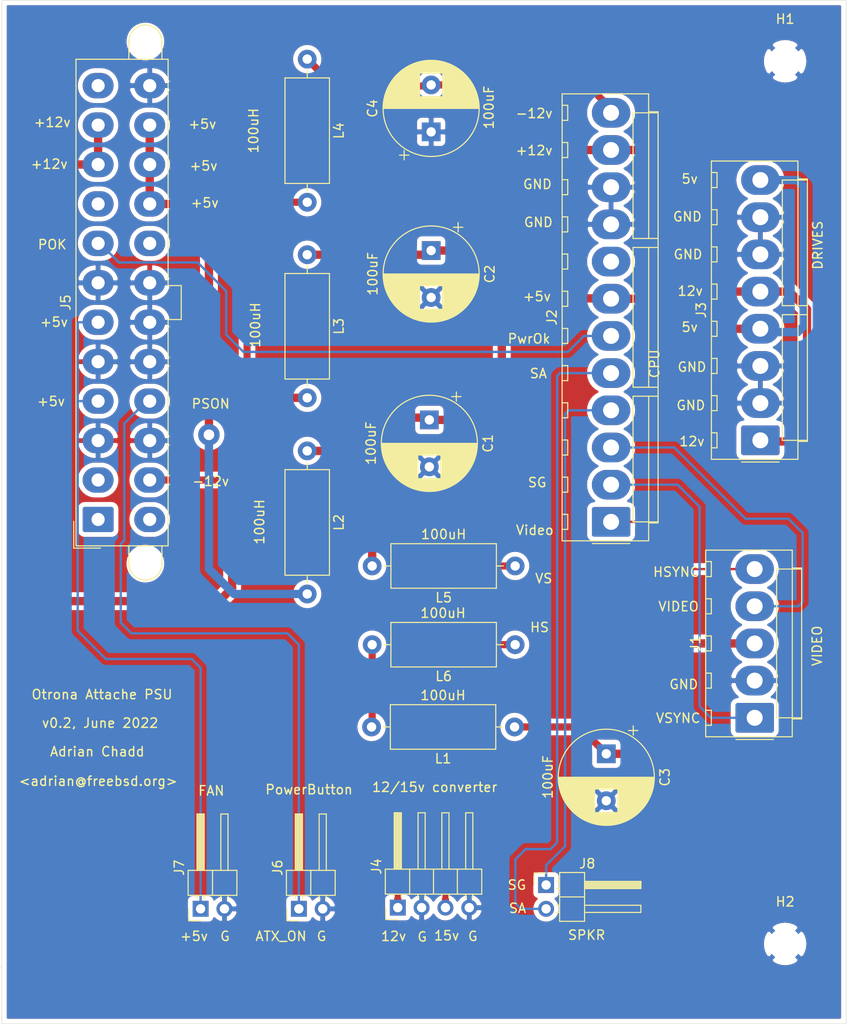
<source format=kicad_pcb>
(kicad_pcb (version 20171130) (host pcbnew 5.1.10)
  (layers (0 F.Cu signal) (31 B.Cu signal) (34 B.Paste user) (35 F.Paste user) (36 B.SilkS user) (37 F.SilkS user) (38 B.Mask user) (39 F.Mask user) (44 Edge.Cuts user))
  (net 0 "")
  (net 1 GND)
  (net 2 CPU_5V)
  (net 3 CPU_12V)
  (net 4 DISPLAY_15V)
  (net 5 CPU_MINUS_12V)
  (net 6 DISPLAY_VSYNC)
  (net 7 DISPLAY_VIDEO)
  (net 8 DISPLAY_HSYNC)
  (net 9 SPK_GND)
  (net 10 SPK_AUDIO)
  (net 11 ATX_POK)
  (net 12 "Net-(J2-Pad8)")
  (net 13 CONV_12V)
  (net 14 CONV_15V)
  (net 15 "Net-(J5-Pad1)")
  (net 16 +5V)
  (net 17 "Net-(J5-Pad9)")
  (net 18 +12V)
  (net 19 -12V)
  (net 20 ATX_PSON)
  (net 21 "Net-(J5-Pad20)")
  (net 22 +15V)
  (module Connector_Molex:Molex_Mini-Fit_Jr_5566-24A2_2x12_P4.20mm_Vertical (layer F.Cu) (at 25.273 70.2945 90)
    (fp_text reference J5 (at 23.1 -3.45 90) (layer F.SilkS))
    (fp_text value ATX-24)
    (pad "" np_thru_hole circle (at 50.9 5.04 90) (size 3 3) (drill 3) (layers *.Cu *.Mask))
    (pad "" np_thru_hole circle (at -4.7 5.04 90) (size 3 3) (drill 3) (layers *.Cu *.Mask))
    (pad 24 thru_hole oval (at 46.2 5.5 90) (size 2.7 3.3) (drill 1.4) (layers *.Cu *.Mask) (net 1 GND))
    (pad 23 thru_hole oval (at 42 5.5 90) (size 2.7 3.3) (drill 1.4) (layers *.Cu *.Mask) (net 16 +5V))
    (pad 22 thru_hole oval (at 37.8 5.5 90) (size 2.7 3.3) (drill 1.4) (layers *.Cu *.Mask) (net 16 +5V))
    (pad 21 thru_hole oval (at 33.6 5.5 90) (size 2.7 3.3) (drill 1.4) (layers *.Cu *.Mask) (net 16 +5V))
    (pad 20 thru_hole oval (at 29.4 5.5 90) (size 2.7 3.3) (drill 1.4) (layers *.Cu *.Mask) (net 21 "Net-(J5-Pad20)"))
    (pad 19 thru_hole oval (at 25.2 5.5 90) (size 2.7 3.3) (drill 1.4) (layers *.Cu *.Mask) (net 1 GND))
    (pad 18 thru_hole oval (at 21 5.5 90) (size 2.7 3.3) (drill 1.4) (layers *.Cu *.Mask) (net 1 GND))
    (pad 17 thru_hole oval (at 16.8 5.5 90) (size 2.7 3.3) (drill 1.4) (layers *.Cu *.Mask) (net 1 GND))
    (pad 16 thru_hole oval (at 12.6 5.5 90) (size 2.7 3.3) (drill 1.4) (layers *.Cu *.Mask) (net 20 ATX_PSON))
    (pad 15 thru_hole oval (at 8.4 5.5 90) (size 2.7 3.3) (drill 1.4) (layers *.Cu *.Mask) (net 1 GND))
    (pad 14 thru_hole oval (at 4.2 5.5 90) (size 2.7 3.3) (drill 1.4) (layers *.Cu *.Mask) (net 19 -12V))
    (pad 13 thru_hole oval (at 0 5.5 90) (size 2.7 3.3) (drill 1.4) (layers *.Cu *.Mask) (net 15 "Net-(J5-Pad1)"))
    (pad 12 thru_hole oval (at 46.2 0 90) (size 2.7 3.3) (drill 1.4) (layers *.Cu *.Mask) (net 15 "Net-(J5-Pad1)"))
    (pad 11 thru_hole oval (at 42 0 90) (size 2.7 3.3) (drill 1.4) (layers *.Cu *.Mask) (net 18 +12V))
    (pad 10 thru_hole oval (at 37.8 0 90) (size 2.7 3.3) (drill 1.4) (layers *.Cu *.Mask) (net 18 +12V))
    (pad 9 thru_hole oval (at 33.6 0 90) (size 2.7 3.3) (drill 1.4) (layers *.Cu *.Mask) (net 17 "Net-(J5-Pad9)"))
    (pad 8 thru_hole oval (at 29.4 0 90) (size 2.7 3.3) (drill 1.4) (layers *.Cu *.Mask) (net 11 ATX_POK))
    (pad 7 thru_hole oval (at 25.2 0 90) (size 2.7 3.3) (drill 1.4) (layers *.Cu *.Mask) (net 1 GND))
    (pad 6 thru_hole oval (at 21 0 90) (size 2.7 3.3) (drill 1.4) (layers *.Cu *.Mask) (net 16 +5V))
    (pad 5 thru_hole oval (at 16.8 0 90) (size 2.7 3.3) (drill 1.4) (layers *.Cu *.Mask) (net 1 GND))
    (pad 4 thru_hole oval (at 12.6 0 90) (size 2.7 3.3) (drill 1.4) (layers *.Cu *.Mask) (net 16 +5V))
    (pad 3 thru_hole oval (at 8.4 0 90) (size 2.7 3.3) (drill 1.4) (layers *.Cu *.Mask) (net 1 GND))
    (pad 2 thru_hole oval (at 4.2 0 90) (size 2.7 3.3) (drill 1.4) (layers *.Cu *.Mask) (net 15 "Net-(J5-Pad1)"))
    (pad 1 thru_hole roundrect (at 0 0 90) (size 2.7 3.3) (drill 1.4) (layers *.Cu *.Mask) (roundrect_rratio 0.09259299999999999) (net 15 "Net-(J5-Pad1)"))
  )
  (module MountingHole:MountingHole_3.5mm (layer F.Cu) (at 98.5 115.5)
    (fp_text reference H2 (at 0 -4.5) (layer F.SilkS))
    (fp_text value MountingHole_Pad)
    (pad 1 np_thru_hole circle (at 0 0) (size 3.5 3.5) (drill 3.5) (layers *.Cu *.Mask) (net 1 GND))
  )
  (module MountingHole:MountingHole_3.5mm (layer F.Cu) (at 98.5 21.5)
    (fp_text reference H1 (at 0 -4.5) (layer F.SilkS))
    (fp_text value MountingHole_Pad)
    (pad 1 np_thru_hole circle (at 0 0) (size 3.5 3.5) (drill 3.5) (layers *.Cu *.Mask) (net 1 GND))
  )
  (module Connector_PinHeader_2.54mm:PinHeader_1x04_P2.54mm_Horizontal (layer F.Cu) (at 57.2135 111.633 90)
    (fp_text reference J4 (at 4.385 -2.27 90) (layer F.SilkS))
    (fp_text value 15V_CONV)
    (pad 1 thru_hole rect (at 0 0 90) (size 1.7 1.7) (drill 1) (layers *.Cu *.Mask) (net 13 CONV_12V))
    (pad 2 thru_hole oval (at 0 2.54 90) (size 1.7 1.7) (drill 1) (layers *.Cu *.Mask) (net 1 GND))
    (pad 3 thru_hole oval (at 0 5.08 90) (size 1.7 1.7) (drill 1) (layers *.Cu *.Mask) (net 14 CONV_15V))
    (pad 4 thru_hole oval (at 0 7.62 90) (size 1.7 1.7) (drill 1) (layers *.Cu *.Mask) (net 1 GND))
  )
  (module Connector_PinHeader_2.54mm:PinHeader_1x02_P2.54mm_Horizontal (layer F.Cu) (at 46.6725 111.76 90)
    (fp_text reference J6 (at 4.385 -2.27 90) (layer F.SilkS))
    (fp_text value PWR)
    (pad 1 thru_hole rect (at 0 0 90) (size 1.7 1.7) (drill 1) (layers *.Cu *.Mask) (net 20 ATX_PSON))
    (pad 2 thru_hole oval (at 0 2.54 90) (size 1.7 1.7) (drill 1) (layers *.Cu *.Mask) (net 1 GND))
  )
  (module Connector_PinHeader_2.54mm:PinHeader_1x02_P2.54mm_Horizontal (layer F.Cu) (at 36.195 111.76 90)
    (fp_text reference J7 (at 4.385 -2.27 90) (layer F.SilkS))
    (fp_text value FAN)
    (pad 2 thru_hole oval (at 0 2.54 90) (size 1.7 1.7) (drill 1) (layers *.Cu *.Mask) (net 1 GND))
    (pad 1 thru_hole rect (at 0 0 90) (size 1.7 1.7) (drill 1) (layers *.Cu *.Mask) (net 16 +5V))
  )
  (module Capacitor_THT:CP_Radial_D10.0mm_P5.00mm (layer F.Cu) (at 60.579 59.69 270)
    (fp_text reference C1 (at 2.5 -6.25 90) (layer F.SilkS))
    (fp_text value 100uF)
    (pad 2 thru_hole circle (at 5 0 270) (size 2 2) (drill 1) (layers *.Cu *.Mask) (net 1 GND))
    (pad 1 thru_hole rect (at 0 0 270) (size 2 2) (drill 1) (layers *.Cu *.Mask) (net 2 CPU_5V))
  )
  (module Capacitor_THT:CP_Radial_D10.0mm_P5.00mm (layer F.Cu) (at 60.7695 41.656 270)
    (fp_text reference C2 (at 2.5 -6.25 90) (layer F.SilkS))
    (fp_text value 100uF)
    (pad 1 thru_hole rect (at 0 0 270) (size 2 2) (drill 1) (layers *.Cu *.Mask) (net 3 CPU_12V))
    (pad 2 thru_hole circle (at 5 0 270) (size 2 2) (drill 1) (layers *.Cu *.Mask) (net 1 GND))
  )
  (module Capacitor_THT:CP_Radial_D10.0mm_P5.00mm (layer F.Cu) (at 79.4385 95.25 270)
    (fp_text reference C3 (at 2.5 -6.25 90) (layer F.SilkS))
    (fp_text value 100uF)
    (pad 2 thru_hole circle (at 5 0 270) (size 2 2) (drill 1) (layers *.Cu *.Mask) (net 1 GND))
    (pad 1 thru_hole rect (at 0 0 270) (size 2 2) (drill 1) (layers *.Cu *.Mask) (net 4 DISPLAY_15V))
  )
  (module Capacitor_THT:CP_Radial_D10.0mm_P5.00mm (layer F.Cu) (at 60.7695 29.0195 90)
    (fp_text reference C4 (at 2.5 -6.25 90) (layer F.SilkS))
    (fp_text value 100uF)
    (pad 1 thru_hole rect (at 0 0 90) (size 2 2) (drill 1) (layers *.Cu *.Mask) (net 1 GND))
    (pad 2 thru_hole circle (at 5 0 90) (size 2 2) (drill 1) (layers *.Cu *.Mask) (net 5 CPU_MINUS_12V))
  )
  (module Inductor_THT:L_Axial_L11.0mm_D4.5mm_P15.24mm_Horizontal_Fastron_MECC (layer F.Cu) (at 69.6595 92.3925 180)
    (fp_text reference L1 (at 7.62 -3.37) (layer F.SilkS))
    (fp_text value 100uH)
    (pad 1 thru_hole circle (at 0 0 180) (size 2 2) (drill 1) (layers *.Cu *.Mask) (net 4 DISPLAY_15V))
    (pad 2 thru_hole oval (at 15.24 0 180) (size 2 2) (drill 1) (layers *.Cu *.Mask) (net 22 +15V))
  )
  (module Inductor_THT:L_Axial_L11.0mm_D4.5mm_P15.24mm_Horizontal_Fastron_MECC (layer F.Cu) (at 47.5615 62.992 270)
    (fp_text reference L2 (at 7.62 -3.37 90) (layer F.SilkS))
    (fp_text value 100uH)
    (pad 2 thru_hole oval (at 15.24 0 270) (size 2 2) (drill 1) (layers *.Cu *.Mask) (net 16 +5V))
    (pad 1 thru_hole circle (at 0 0 270) (size 2 2) (drill 1) (layers *.Cu *.Mask) (net 2 CPU_5V))
  )
  (module Inductor_THT:L_Axial_L11.0mm_D4.5mm_P15.24mm_Horizontal_Fastron_MECC (layer F.Cu) (at 47.5615 42.1005 270)
    (fp_text reference L3 (at 7.62 -3.37 90) (layer F.SilkS))
    (fp_text value 100uH)
    (pad 1 thru_hole circle (at 0 0 270) (size 2 2) (drill 1) (layers *.Cu *.Mask) (net 3 CPU_12V))
    (pad 2 thru_hole oval (at 15.24 0 270) (size 2 2) (drill 1) (layers *.Cu *.Mask) (net 18 +12V))
  )
  (module Inductor_THT:L_Axial_L11.0mm_D4.5mm_P15.24mm_Horizontal_Fastron_MECC (layer F.Cu) (at 47.5615 21.2725 270)
    (fp_text reference L4 (at 7.62 -3.37 90) (layer F.SilkS))
    (fp_text value 100uH)
    (pad 2 thru_hole oval (at 15.24 0 270) (size 2 2) (drill 1) (layers *.Cu *.Mask) (net 19 -12V))
    (pad 1 thru_hole circle (at 0 0 270) (size 2 2) (drill 1) (layers *.Cu *.Mask) (net 5 CPU_MINUS_12V))
  )
  (module Inductor_THT:L_Axial_L11.0mm_D4.5mm_P15.24mm_Horizontal_Fastron_MECC (layer F.Cu) (at 69.723 75.2475 180)
    (fp_text reference L5 (at 7.62 -3.37) (layer F.SilkS))
    (fp_text value 100uH)
    (pad 1 thru_hole circle (at 0 0 180) (size 2 2) (drill 1) (layers *.Cu *.Mask) (net 13 CONV_12V))
    (pad 2 thru_hole oval (at 15.24 0 180) (size 2 2) (drill 1) (layers *.Cu *.Mask) (net 18 +12V))
  )
  (module Inductor_THT:L_Axial_L11.0mm_D4.5mm_P15.24mm_Horizontal_Fastron_MECC (layer F.Cu) (at 69.723 83.6295 180)
    (fp_text reference L6 (at 7.62 -3.37) (layer F.SilkS))
    (fp_text value 100uH)
    (pad 2 thru_hole oval (at 15.24 0 180) (size 2 2) (drill 1) (layers *.Cu *.Mask) (net 22 +15V))
    (pad 1 thru_hole circle (at 0 0 180) (size 2 2) (drill 1) (layers *.Cu *.Mask) (net 14 CONV_15V))
  )
  (module Connector_PinHeader_2.54mm:PinHeader_1x02_P2.54mm_Horizontal (layer F.Cu) (at 73.025 109.22)
    (fp_text reference J8 (at 4.385 -2.27) (layer F.SilkS))
    (fp_text value AUDIO)
    (pad 1 thru_hole rect (at 0 0) (size 1.7 1.7) (drill 1) (layers *.Cu *.Mask) (net 9 SPK_GND))
    (pad 2 thru_hole oval (at 0 2.54) (size 1.7 1.7) (drill 1) (layers *.Cu *.Mask) (net 10 SPK_AUDIO))
  )
  (module Connector_Molex:Molex_KK-396_A-41791-0005_1x05_P3.96mm_Vertical (layer F.Cu) (at 95.25508 91.41714 90)
    (fp_text reference J1 (at 7.92 -6.31 90) (layer F.SilkS))
    (fp_text value VIDEO)
    (pad 1 thru_hole roundrect (at 0 0 90) (size 3.16 4.1) (drill 1.7) (layers *.Cu *.Mask) (roundrect_rratio 0.079114) (net 6 DISPLAY_VSYNC))
    (pad 2 thru_hole oval (at 3.96 0 90) (size 3.16 4.1) (drill 1.7) (layers *.Cu *.Mask) (net 1 GND))
    (pad 3 thru_hole oval (at 7.92 0 90) (size 3.16 4.1) (drill 1.7) (layers *.Cu *.Mask) (net 4 DISPLAY_15V))
    (pad 4 thru_hole oval (at 11.88 0 90) (size 3.16 4.1) (drill 1.7) (layers *.Cu *.Mask) (net 7 DISPLAY_VIDEO))
    (pad 5 thru_hole oval (at 15.84 0 90) (size 3.16 4.1) (drill 1.7) (layers *.Cu *.Mask) (net 8 DISPLAY_HSYNC))
  )
  (module Connector_Molex:Molex_KK-396_A-41791-0012_1x12_P3.96mm_Vertical (layer F.Cu) (at 79.95 70.55 90)
    (fp_text reference J2 (at 21.78 -6.31 90) (layer F.SilkS))
    (fp_text value CPU)
    (pad 1 thru_hole roundrect (at 0 0 90) (size 3.16 4.1) (drill 1.7) (layers *.Cu *.Mask) (roundrect_rratio 0.079114) (net 8 DISPLAY_HSYNC))
    (pad 2 thru_hole oval (at 3.96 0 90) (size 3.16 4.1) (drill 1.7) (layers *.Cu *.Mask) (net 6 DISPLAY_VSYNC))
    (pad 3 thru_hole oval (at 7.92 0 90) (size 3.16 4.1) (drill 1.7) (layers *.Cu *.Mask) (net 7 DISPLAY_VIDEO))
    (pad 4 thru_hole oval (at 11.88 0 90) (size 3.16 4.1) (drill 1.7) (layers *.Cu *.Mask) (net 9 SPK_GND))
    (pad 5 thru_hole oval (at 15.84 0 90) (size 3.16 4.1) (drill 1.7) (layers *.Cu *.Mask) (net 10 SPK_AUDIO))
    (pad 6 thru_hole oval (at 19.8 0 90) (size 3.16 4.1) (drill 1.7) (layers *.Cu *.Mask) (net 11 ATX_POK))
    (pad 7 thru_hole oval (at 23.76 0 90) (size 3.16 4.1) (drill 1.7) (layers *.Cu *.Mask) (net 2 CPU_5V))
    (pad 8 thru_hole oval (at 27.72 0 90) (size 3.16 4.1) (drill 1.7) (layers *.Cu *.Mask) (net 12 "Net-(J2-Pad8)"))
    (pad 9 thru_hole oval (at 31.68 0 90) (size 3.16 4.1) (drill 1.7) (layers *.Cu *.Mask) (net 1 GND))
    (pad 10 thru_hole oval (at 35.64 0 90) (size 3.16 4.1) (drill 1.7) (layers *.Cu *.Mask) (net 1 GND))
    (pad 11 thru_hole oval (at 39.6 0 90) (size 3.16 4.1) (drill 1.7) (layers *.Cu *.Mask) (net 3 CPU_12V))
    (pad 12 thru_hole oval (at 43.56 0 90) (size 3.16 4.1) (drill 1.7) (layers *.Cu *.Mask) (net 5 CPU_MINUS_12V))
  )
  (module Connector_Molex:Molex_KK-396_A-41791-0008_1x08_P3.96mm_Vertical (layer F.Cu) (at 95.86214 61.86678 90)
    (fp_text reference J3 (at 13.86 -6.31 90) (layer F.SilkS))
    (fp_text value DRIVES)
    (pad 1 thru_hole roundrect (at 0 0 90) (size 3.16 4.1) (drill 1.7) (layers *.Cu *.Mask) (roundrect_rratio 0.079114) (net 3 CPU_12V))
    (pad 2 thru_hole oval (at 3.96 0 90) (size 3.16 4.1) (drill 1.7) (layers *.Cu *.Mask) (net 1 GND))
    (pad 3 thru_hole oval (at 7.92 0 90) (size 3.16 4.1) (drill 1.7) (layers *.Cu *.Mask) (net 1 GND))
    (pad 4 thru_hole oval (at 11.88 0 90) (size 3.16 4.1) (drill 1.7) (layers *.Cu *.Mask) (net 2 CPU_5V))
    (pad 5 thru_hole oval (at 15.84 0 90) (size 3.16 4.1) (drill 1.7) (layers *.Cu *.Mask) (net 3 CPU_12V))
    (pad 6 thru_hole oval (at 19.8 0 90) (size 3.16 4.1) (drill 1.7) (layers *.Cu *.Mask) (net 1 GND))
    (pad 7 thru_hole oval (at 23.76 0 90) (size 3.16 4.1) (drill 1.7) (layers *.Cu *.Mask) (net 1 GND))
    (pad 8 thru_hole oval (at 27.72 0 90) (size 3.16 4.1) (drill 1.7) (layers *.Cu *.Mask) (net 2 CPU_5V))
  )
  (gr_text 5v (at 88.3285 49.81448) (layer F.SilkS) (effects (font (size 1 1))))
  (gr_text <adrian@freebsd.org> (at 25.28316 98.1583) (layer F.SilkS) (effects (font (size 1 1))))
  (gr_text "Adrian Chadd" (at 25.18156 95.01632) (layer F.SilkS) (effects (font (size 1 1))))
  (gr_text "v0.2, June 2022" (at 25.48636 91.97594) (layer F.SilkS) (effects (font (size 1 1))))
  (gr_text "Otrona Attache PSU" (at 25.68702 88.93556) (layer F.SilkS) (effects (font (size 1 1))))
  (gr_text POK (at 20.3835 41.021) (layer F.SilkS) (effects (font (size 1 1))))
  (gr_text +5v (at 20.574 49.276) (layer F.SilkS) (effects (font (size 1 1))))
  (gr_text +5v (at 20.2565 57.7215) (layer F.SilkS) (effects (font (size 1 1))))
  (gr_text -12v (at 37.2745 66.2305) (layer F.SilkS) (effects (font (size 1 1))))
  (gr_text PSON (at 37.2745 57.9755) (layer F.SilkS) (effects (font (size 1 1))))
  (gr_text +5v (at 36.6395 36.576) (layer F.SilkS) (effects (font (size 1 1))))
  (gr_text +5v (at 36.5125 32.639) (layer F.SilkS) (effects (font (size 1 1))))
  (gr_text +5v (at 36.3855 28.194) (layer F.SilkS) (effects (font (size 1 1))))
  (gr_text +12v (at 20.066 32.4485) (layer F.SilkS) (effects (font (size 1 1))))
  (gr_text +12v (at 20.3835 28.0035) (layer F.SilkS) (effects (font (size 1 1))))
  (gr_text 100uF (at 66.929 26.416 90) (layer F.SilkS) (effects (font (size 1 1))))
  (gr_text 100uF (at 73.2155 97.7265 90) (layer F.SilkS) (effects (font (size 1 1))))
  (gr_text 100uF (at 54.5465 44.1325 90) (layer F.SilkS) (effects (font (size 1 1))))
  (gr_text 100uF (at 54.356 62.1665 90) (layer F.SilkS) (effects (font (size 1 1))))
  (gr_text 100uH (at 62.0395 89.027) (layer F.SilkS) (effects (font (size 1 1))))
  (gr_text 100uH (at 62.0395 80.264) (layer F.SilkS) (effects (font (size 1 1))))
  (gr_text 100uH (at 62.103 71.882) (layer F.SilkS) (effects (font (size 1 1))))
  (gr_text 100uH (at 42.037 49.5935 90) (layer F.SilkS) (effects (font (size 1 1))))
  (gr_text 100uH (at 41.8465 28.8925 90) (layer F.SilkS) (effects (font (size 1 1))))
  (gr_text 100uH (at 42.4815 70.5485 90) (layer F.SilkS) (effects (font (size 1 1))))
  (gr_text CPU (at 84.582 53.721 90) (layer F.SilkS) (effects (font (size 1 1))))
  (gr_text HS (at 72.3265 81.788) (layer F.SilkS) (effects (font (size 1 1))))
  (gr_text VS (at 72.771 76.581) (layer F.SilkS) (effects (font (size 1 1))))
  (gr_text Video (at 71.8185 71.4375) (layer F.SilkS) (effects (font (size 1 1))))
  (gr_text SG (at 72.0725 66.3575) (layer F.SilkS) (effects (font (size 1 1))))
  (gr_text SA (at 72.2 54.75) (layer F.SilkS) (effects (font (size 1 1))))
  (gr_text PwrOk (at 71.2 51.05) (layer F.SilkS) (effects (font (size 1 1))))
  (gr_text +5v (at 72.05 46.55) (layer F.SilkS) (effects (font (size 1 1))))
  (gr_text GND (at 72.2 38.65) (layer F.SilkS) (effects (font (size 1 1))))
  (gr_text GND (at 72.1 34.6) (layer F.SilkS) (effects (font (size 1 1))))
  (gr_text +12v (at 71.75 31) (layer F.SilkS) (effects (font (size 1 1))))
  (gr_text -12v (at 71.75 27.05) (layer F.SilkS) (effects (font (size 1 1))))
  (gr_text VIDEO (at 101.9175 83.7565 90) (layer F.SilkS) (effects (font (size 1 1))))
  (gr_text "DRIVES\n" (at 101.981 41.0845 90) (layer F.SilkS) (effects (font (size 1 1))))
  (gr_text 5v (at 88.3285 34.03092) (layer F.SilkS) (effects (font (size 1 1))))
  (gr_text GND (at 88.08466 38.0492) (layer F.SilkS) (effects (font (size 1 1))))
  (gr_text GND (at 88.14562 42.07002) (layer F.SilkS) (effects (font (size 1 1))))
  (gr_text 12v (at 88.38946 45.96638) (layer F.SilkS) (effects (font (size 1 1))))
  (gr_text GND (at 88.5698 54.06644) (layer F.SilkS) (effects (font (size 1 1))))
  (gr_text GND (at 88.45042 58.14568) (layer F.SilkS) (effects (font (size 1 1))))
  (gr_text 12v (at 88.5698 61.98362) (layer F.SilkS) (effects (font (size 1 1))))
  (gr_text VSYNC (at 87.10168 91.45524) (layer F.SilkS) (effects (font (size 1 1))))
  (gr_text "GND\n" (at 87.6935 87.86114) (layer F.SilkS) (effects (font (size 1 1))))
  (gr_text "VIDEO\n" (at 87.14232 79.57058) (layer F.SilkS) (effects (font (size 1 1))))
  (gr_text "HSYNC\n" (at 86.89086 75.89266) (layer F.SilkS) (effects (font (size 1 1))))
  (gr_text SA (at 69.977 111.6965) (layer F.SilkS) (effects (font (size 1 1))))
  (gr_text SG (at 69.9135 109.22) (layer F.SilkS) (effects (font (size 1 1))))
  (gr_text SPKR (at 77.343 114.554) (layer F.SilkS) (effects (font (size 1 1))))
  (gr_text G (at 65.2145 114.681) (layer F.SilkS) (effects (font (size 1 1))))
  (gr_text 15v (at 62.4205 114.6175) (layer F.SilkS) (effects (font (size 1 1))))
  (gr_text G (at 59.817 114.7445) (layer F.SilkS) (effects (font (size 1 1))))
  (gr_text 12v (at 56.769 114.681) (layer F.SilkS) (effects (font (size 1 1))))
  (gr_text G (at 49.0855 114.681) (layer F.SilkS) (effects (font (size 1 1))))
  (gr_text G (at 38.7985 114.681) (layer F.SilkS) (effects (font (size 1 1))))
  (gr_text "ATX_ON\n" (at 44.7675 114.681) (layer F.SilkS) (effects (font (size 1 1))))
  (gr_text +5v (at 35.4965 114.681) (layer F.SilkS) (effects (font (size 1 1))))
  (gr_text "12/15v converter\n" (at 61.1505 98.806) (layer F.SilkS) (effects (font (size 1 1))))
  (gr_text PowerButton (at 47.752 99.06) (layer F.SilkS) (effects (font (size 1 1))))
  (gr_text FAN (at 37.338 99.187) (layer F.SilkS) (effects (font (size 1 1))))
  (gr_line (start 15 15) (end 15 124) (layer Edge.Cuts) (width 0.05))
  (gr_line (start 14.9225 117.983) (end 14.9225 117.9195) (layer Edge.Cuts) (width 0.05))
  (gr_line (start 105 124) (end 15 124) (layer Edge.Cuts) (width 0.05))
  (gr_line (start 15 15) (end 105 15) (layer Edge.Cuts) (width 0.05))
  (gr_line (start 105 15) (end 105 124) (layer Edge.Cuts) (width 0.05))
  (segment (start 47.5615 62.992) (end 50.858 62.992) (width 0.889) (layer F.Cu) (net 2))
  (segment (start 50.858 62.992) (end 54.4 59.45) (width 0.889) (layer F.Cu) (net 2))
  (segment (start 60.339 59.45) (end 60.579 59.69) (width 0.889) (layer F.Cu) (net 2))
  (segment (start 54.4 59.45) (end 60.339 59.45) (width 0.889) (layer F.Cu) (net 2))
  (segment (start 60.579 59.69) (end 65.34 59.69) (width 0.889) (layer F.Cu) (net 2))
  (segment (start 65.34 59.69) (end 68.3 56.73) (width 0.889) (layer F.Cu) (net 2))
  (segment (start 68.3 56.73) (end 68.3 47.9) (width 0.889) (layer F.Cu) (net 2))
  (segment (start 68.3 47.9) (end 69.45 46.75) (width 0.889) (layer F.Cu) (net 2))
  (segment (start 79.91 46.75) (end 79.95 46.79) (width 0.889) (layer F.Cu) (net 2))
  (segment (start 69.45 46.75) (end 79.91 46.75) (width 0.889) (layer F.Cu) (net 2))
  (segment (start 89.6057 49.98678) (end 95.86214 49.98678) (width 0.889) (layer F.Cu) (net 2))
  (segment (start 86.40892 46.79) (end 89.6057 49.98678) (width 0.889) (layer F.Cu) (net 2))
  (segment (start 79.95 46.79) (end 86.40892 46.79) (width 0.889) (layer F.Cu) (net 2))
  (segment (start 96.2207 50.34534) (end 95.86214 49.98678) (width 0.889) (layer B.Cu) (net 2))
  (segment (start 100.47986 49.71288) (end 99.8474 50.34534) (width 0.889) (layer B.Cu) (net 2))
  (segment (start 99.8474 50.34534) (end 96.2207 50.34534) (width 0.889) (layer B.Cu) (net 2))
  (segment (start 95.86214 34.14678) (end 99.80324 34.14678) (width 0.889) (layer B.Cu) (net 2))
  (segment (start 100.47986 34.8234) (end 100.47986 49.71288) (width 0.889) (layer B.Cu) (net 2))
  (segment (start 99.80324 34.14678) (end 100.47986 34.8234) (width 0.889) (layer B.Cu) (net 2))
  (segment (start 60.325 42.1005) (end 60.7695 41.656) (width 0.889) (layer F.Cu) (net 3))
  (segment (start 47.5615 42.1005) (end 60.325 42.1005) (width 0.889) (layer F.Cu) (net 3))
  (segment (start 60.7695 41.656) (end 65.194 41.656) (width 0.889) (layer F.Cu) (net 3))
  (segment (start 65.194 41.656) (end 68.1 38.75) (width 0.889) (layer F.Cu) (net 3))
  (segment (start 68.1 38.75) (end 68.1 32.2) (width 0.889) (layer F.Cu) (net 3))
  (segment (start 69.35 30.95) (end 79.95 30.95) (width 0.889) (layer F.Cu) (net 3))
  (segment (start 68.1 32.2) (end 69.35 30.95) (width 0.889) (layer F.Cu) (net 3))
  (segment (start 79.95 30.95) (end 86.39566 30.95) (width 0.889) (layer F.Cu) (net 3))
  (segment (start 86.39566 30.95) (end 88.14054 32.69488) (width 0.889) (layer F.Cu) (net 3))
  (segment (start 88.14054 32.69488) (end 88.14054 44.96816) (width 0.889) (layer F.Cu) (net 3))
  (segment (start 89.19916 46.02678) (end 95.86214 46.02678) (width 0.889) (layer F.Cu) (net 3))
  (segment (start 88.14054 44.96816) (end 89.19916 46.02678) (width 0.889) (layer F.Cu) (net 3))
  (segment (start 95.86214 46.02678) (end 98.95784 46.02678) (width 0.889) (layer F.Cu) (net 3))
  (segment (start 98.95784 46.02678) (end 100.84054 47.90948) (width 0.889) (layer F.Cu) (net 3))
  (segment (start 100.84054 47.90948) (end 100.84054 60.81522) (width 0.889) (layer F.Cu) (net 3))
  (segment (start 100.84054 60.81522) (end 99.66706 61.9887) (width 0.889) (layer F.Cu) (net 3))
  (segment (start 95.98406 61.9887) (end 95.86214 61.86678) (width 0.889) (layer F.Cu) (net 3))
  (segment (start 99.66706 61.9887) (end 95.98406 61.9887) (width 0.889) (layer F.Cu) (net 3))
  (segment (start 76.581 92.3925) (end 79.4385 95.25) (width 0.762) (layer F.Cu) (net 4))
  (segment (start 69.6595 92.3925) (end 76.581 92.3925) (width 0.762) (layer F.Cu) (net 4))
  (segment (start 79.4385 95.25) (end 81.8769 95.25) (width 0.889) (layer F.Cu) (net 4))
  (segment (start 81.8769 95.25) (end 83.29168 93.83522) (width 0.889) (layer F.Cu) (net 4))
  (segment (start 83.29168 93.83522) (end 83.29168 83.98256) (width 0.889) (layer F.Cu) (net 4))
  (segment (start 83.7771 83.49714) (end 95.25508 83.49714) (width 0.889) (layer F.Cu) (net 4))
  (segment (start 83.29168 83.98256) (end 83.7771 83.49714) (width 0.889) (layer F.Cu) (net 4))
  (segment (start 47.5615 21.2725) (end 50.419 24.13) (width 0.762) (layer F.Cu) (net 5))
  (segment (start 60.659 24.13) (end 60.7695 24.0195) (width 0.762) (layer F.Cu) (net 5))
  (segment (start 50.419 24.13) (end 60.659 24.13) (width 0.762) (layer F.Cu) (net 5))
  (segment (start 60.7695 24.0195) (end 77.423 24.0195) (width 0.762) (layer F.Cu) (net 5))
  (segment (start 79.1845 25.781) (end 79.502 25.781) (width 0.762) (layer F.Cu) (net 5))
  (segment (start 77.423 24.0195) (end 79.1845 25.781) (width 0.762) (layer F.Cu) (net 5))
  (segment (start 95.25508 91.41714) (end 90.59926 91.41714) (width 0.25) (layer B.Cu) (net 6))
  (segment (start 90.59926 91.41714) (end 89.38514 90.20302) (width 0.25) (layer B.Cu) (net 6))
  (segment (start 89.38514 90.20302) (end 89.38514 68.93814) (width 0.25) (layer B.Cu) (net 6))
  (segment (start 87.037 66.59) (end 79.95 66.59) (width 0.25) (layer B.Cu) (net 6))
  (segment (start 89.38514 68.93814) (end 87.037 66.59) (width 0.25) (layer B.Cu) (net 6))
  (segment (start 79.95 62.63) (end 86.68634 62.63) (width 0.25) (layer B.Cu) (net 7))
  (segment (start 86.68634 62.63) (end 94.27464 70.2183) (width 0.25) (layer B.Cu) (net 7))
  (segment (start 94.27464 70.2183) (end 98.86188 70.2183) (width 0.25) (layer B.Cu) (net 7))
  (segment (start 98.86188 70.2183) (end 100.36556 71.72198) (width 0.25) (layer B.Cu) (net 7))
  (segment (start 100.36556 71.72198) (end 100.36556 79.09306) (width 0.25) (layer B.Cu) (net 7))
  (segment (start 99.92148 79.53714) (end 95.25508 79.53714) (width 0.25) (layer B.Cu) (net 7))
  (segment (start 100.36556 79.09306) (end 99.92148 79.53714) (width 0.25) (layer B.Cu) (net 7))
  (segment (start 79.95 70.55) (end 84.45142 70.55) (width 0.25) (layer F.Cu) (net 8))
  (segment (start 84.45142 70.55) (end 85.09762 71.1962) (width 0.25) (layer F.Cu) (net 8))
  (segment (start 85.09762 71.1962) (end 85.09762 74.50328) (width 0.25) (layer F.Cu) (net 8))
  (segment (start 86.17148 75.57714) (end 95.25508 75.57714) (width 0.25) (layer F.Cu) (net 8))
  (segment (start 85.09762 74.50328) (end 86.17148 75.57714) (width 0.25) (layer F.Cu) (net 8))
  (segment (start 79.95 58.67) (end 75.43 58.67) (width 0.25) (layer B.Cu) (net 9))
  (segment (start 75.43 58.67) (end 75.05 59.05) (width 0.25) (layer B.Cu) (net 9))
  (segment (start 75.05 59.05) (end 75.05 105.1) (width 0.25) (layer B.Cu) (net 9))
  (segment (start 73.025 107.125) (end 73.025 109.22) (width 0.25) (layer B.Cu) (net 9))
  (segment (start 75.05 105.1) (end 73.025 107.125) (width 0.25) (layer B.Cu) (net 9))
  (segment (start 74.49 54.71) (end 79.95 54.71) (width 0.25) (layer B.Cu) (net 10))
  (segment (start 74.200001 54.999999) (end 74.49 54.71) (width 0.25) (layer B.Cu) (net 10))
  (segment (start 74.200001 104.699999) (end 74.200001 54.999999) (width 0.25) (layer B.Cu) (net 10))
  (segment (start 73.5 105.4) (end 74.200001 104.699999) (width 0.25) (layer B.Cu) (net 10))
  (segment (start 73.025 111.76) (end 70.36 111.76) (width 0.25) (layer B.Cu) (net 10))
  (segment (start 70.85 105.4) (end 73.5 105.4) (width 0.25) (layer B.Cu) (net 10))
  (segment (start 69.75 106.5) (end 70.85 105.4) (width 0.25) (layer B.Cu) (net 10))
  (segment (start 69.75 111.15) (end 69.75 106.5) (width 0.25) (layer B.Cu) (net 10))
  (segment (start 70.36 111.76) (end 69.75 111.15) (width 0.25) (layer B.Cu) (net 10))
  (segment (start 38.9255 50.6095) (end 40.767 52.451) (width 0.25) (layer B.Cu) (net 11))
  (segment (start 38.9255 45.974) (end 38.9255 50.6095) (width 0.25) (layer B.Cu) (net 11))
  (segment (start 25.464 40.8945) (end 27.4955 42.926) (width 0.25) (layer B.Cu) (net 11))
  (segment (start 35.8775 42.926) (end 38.9255 45.974) (width 0.25) (layer B.Cu) (net 11))
  (segment (start 27.4955 42.926) (end 35.8775 42.926) (width 0.25) (layer B.Cu) (net 11))
  (segment (start 25.273 40.8945) (end 25.464 40.8945) (width 0.25) (layer B.Cu) (net 11))
  (segment (start 79.95 50.75) (end 77.05 50.75) (width 0.25) (layer B.Cu) (net 11))
  (segment (start 77.05 50.75) (end 75.35 52.45) (width 0.25) (layer B.Cu) (net 11))
  (segment (start 65.8 52.45) (end 65.799 52.451) (width 0.25) (layer B.Cu) (net 11))
  (segment (start 75.35 52.45) (end 65.8 52.45) (width 0.25) (layer B.Cu) (net 11))
  (segment (start 65.799 52.451) (end 66.675 52.451) (width 0.25) (layer B.Cu) (net 11))
  (segment (start 40.767 52.451) (end 65.799 52.451) (width 0.25) (layer B.Cu) (net 11))
  (segment (start 57.2135 111.633) (end 57.2135 100.711) (width 0.762) (layer F.Cu) (net 13))
  (segment (start 57.2135 100.711) (end 60.5155 97.409) (width 0.762) (layer F.Cu) (net 13))
  (segment (start 60.5155 97.409) (end 60.5155 76.7715) (width 0.762) (layer F.Cu) (net 13))
  (segment (start 62.0395 75.2475) (end 69.723 75.2475) (width 0.762) (layer F.Cu) (net 13))
  (segment (start 60.5155 76.7715) (end 62.0395 75.2475) (width 0.762) (layer F.Cu) (net 13))
  (segment (start 63.5635 97.9805) (end 62.2935 99.2505) (width 0.762) (layer F.Cu) (net 14))
  (segment (start 62.2935 99.2505) (end 62.2935 111.633) (width 0.762) (layer F.Cu) (net 14))
  (segment (start 63.5635 84.8995) (end 63.5635 97.9805) (width 0.762) (layer F.Cu) (net 14))
  (segment (start 64.8335 83.6295) (end 63.5635 84.8995) (width 0.762) (layer F.Cu) (net 14))
  (segment (start 69.723 83.6295) (end 64.8335 83.6295) (width 0.762) (layer F.Cu) (net 14))
  (segment (start 30.773 28.2945) (end 30.773 32.4945) (width 0.889) (layer F.Cu) (net 16))
  (segment (start 30.773 32.4945) (end 30.773 36.6945) (width 0.889) (layer F.Cu) (net 16))
  (segment (start 30.773 36.6945) (end 35.234 36.6945) (width 0.889) (layer F.Cu) (net 16))
  (segment (start 35.234 36.6945) (end 37.084 38.5445) (width 0.889) (layer F.Cu) (net 16))
  (segment (start 37.084 38.5445) (end 37.084 61.2775) (width 0.889) (layer F.Cu) (net 16))
  (segment (start 37.084 61.2775) (end 37.084 61.2775) (width 0.889) (layer F.Cu) (net 16))
  (segment (start 37.084 61.2775) (end 37.084 61.2775) (width 0.889) (layer F.Cu) (net 16))
  (via (at 37.084 61.2775) (size 2.286) (drill 1.143) (layers F.Cu B.Cu) (net 16))
  (segment (start 37.084 61.2775) (end 37.084 75.565) (width 0.889) (layer B.Cu) (net 16))
  (segment (start 39.751 78.232) (end 47.5615 78.232) (width 0.889) (layer B.Cu) (net 16))
  (segment (start 37.084 75.565) (end 39.751 78.232) (width 0.889) (layer B.Cu) (net 16))
  (segment (start 25.273 49.2945) (end 23.0955 49.2945) (width 0.25) (layer B.Cu) (net 16))
  (segment (start 23.0955 82.1505) (end 26.0985 85.1535) (width 0.25) (layer B.Cu) (net 16))
  (segment (start 26.0985 85.1535) (end 35.2425 85.1535) (width 0.25) (layer B.Cu) (net 16))
  (segment (start 36.195 86.106) (end 36.195 111.76) (width 0.25) (layer B.Cu) (net 16))
  (segment (start 35.2425 85.1535) (end 36.195 86.106) (width 0.25) (layer B.Cu) (net 16))
  (segment (start 23.104 57.6945) (end 23.0955 57.703) (width 0.25) (layer B.Cu) (net 16))
  (segment (start 25.273 57.6945) (end 23.104 57.6945) (width 0.25) (layer B.Cu) (net 16))
  (segment (start 23.0955 57.703) (end 23.0955 82.1505) (width 0.25) (layer B.Cu) (net 16))
  (segment (start 23.0955 49.2945) (end 23.0955 57.703) (width 0.25) (layer B.Cu) (net 16))
  (segment (start 47.5615 57.3405) (end 45.212 57.3405) (width 0.889) (layer F.Cu) (net 18))
  (segment (start 45.212 57.3405) (end 44.0055 58.547) (width 0.889) (layer F.Cu) (net 18))
  (segment (start 44.0055 58.547) (end 44.0055 68.6435) (width 0.889) (layer F.Cu) (net 18))
  (segment (start 44.0055 68.6435) (end 45.847 70.485) (width 0.889) (layer F.Cu) (net 18))
  (segment (start 45.847 70.485) (end 53.848 70.485) (width 0.889) (layer F.Cu) (net 18))
  (segment (start 54.483 71.12) (end 54.483 75.2475) (width 0.889) (layer F.Cu) (net 18))
  (segment (start 53.848 70.485) (end 54.483 71.12) (width 0.889) (layer F.Cu) (net 18))
  (segment (start 25.273 28.2945) (end 25.273 32.4945) (width 0.889) (layer F.Cu) (net 18))
  (segment (start 25.273 32.4945) (end 21.3535 32.4945) (width 0.889) (layer F.Cu) (net 18))
  (segment (start 21.3535 32.4945) (end 20.0025 33.8455) (width 0.889) (layer F.Cu) (net 18))
  (segment (start 20.0025 33.8455) (end 20.0025 78.4225) (width 0.889) (layer F.Cu) (net 18))
  (segment (start 20.0025 78.4225) (end 20.574 78.994) (width 0.889) (layer F.Cu) (net 18))
  (segment (start 20.574 78.994) (end 38.1635 78.994) (width 0.889) (layer F.Cu) (net 18))
  (segment (start 38.1635 78.994) (end 39.5605 77.597) (width 0.889) (layer F.Cu) (net 18))
  (segment (start 39.5605 77.597) (end 39.5605 70.485) (width 0.889) (layer F.Cu) (net 18))
  (segment (start 41.402 68.6435) (end 44.0055 68.6435) (width 0.889) (layer F.Cu) (net 18))
  (segment (start 39.5605 70.485) (end 41.402 68.6435) (width 0.889) (layer F.Cu) (net 18))
  (segment (start 42.418 36.5125) (end 47.5615 36.5125) (width 0.762) (layer F.Cu) (net 19))
  (segment (start 41.148 37.7825) (end 42.418 36.5125) (width 0.762) (layer F.Cu) (net 19))
  (segment (start 39.5695 66.0945) (end 41.148 64.516) (width 0.762) (layer F.Cu) (net 19))
  (segment (start 41.148 64.516) (end 41.148 37.7825) (width 0.762) (layer F.Cu) (net 19))
  (segment (start 30.773 66.0945) (end 39.5695 66.0945) (width 0.762) (layer F.Cu) (net 19))
  (segment (start 45.466 82.423) (end 46.6725 83.6295) (width 0.25) (layer B.Cu) (net 20))
  (segment (start 28.829 82.423) (end 45.466 82.423) (width 0.25) (layer B.Cu) (net 20))
  (segment (start 27.686 81.28) (end 28.829 82.423) (width 0.25) (layer B.Cu) (net 20))
  (segment (start 46.6725 83.6295) (end 46.6725 111.76) (width 0.25) (layer B.Cu) (net 20))
  (segment (start 27.686 72.898) (end 27.686 81.28) (width 0.25) (layer B.Cu) (net 20))
  (segment (start 28.067 72.517) (end 27.686 72.898) (width 0.25) (layer B.Cu) (net 20))
  (segment (start 28.067 60.071) (end 28.067 72.517) (width 0.25) (layer B.Cu) (net 20))
  (segment (start 30.4435 57.6945) (end 28.067 60.071) (width 0.25) (layer B.Cu) (net 20))
  (segment (start 30.773 57.6945) (end 30.4435 57.6945) (width 0.25) (layer B.Cu) (net 20))
  (segment (start 54.483 92.329) (end 54.4195 92.3925) (width 0.762) (layer F.Cu) (net 22))
  (segment (start 54.483 83.6295) (end 54.483 92.329) (width 0.762) (layer F.Cu) (net 22))
  (zone (net 1) (net_name GND) (layer B.Cu) (connect_pads (clearance 0.508)) (min_thickness 0.254) (fill yes (arc_segments 32) (thermal_gap 0.508) (thermal_bridge_width 0.508))
    (polygon (pts (xy 105.00106 124.00026) (xy 15.00378 124.00026) (xy 15.0114 15.01648) (xy 15.0114 15.01394) (xy 15.01394 15.01394) (xy 105.00106 14.99616)))
  )
  (zone (net 1) (net_name GND) (layer F.Cu) (connect_pads (clearance 0.508)) (min_thickness 0.254) (fill yes (arc_segments 32) (thermal_gap 0.508) (thermal_bridge_width 0.508))
    (polygon (pts (xy 104.99344 123.99518) (xy 15.00124 123.99518) (xy 15.00124 15.00632) (xy 105.0036 15.00632)))
  )
)
</source>
